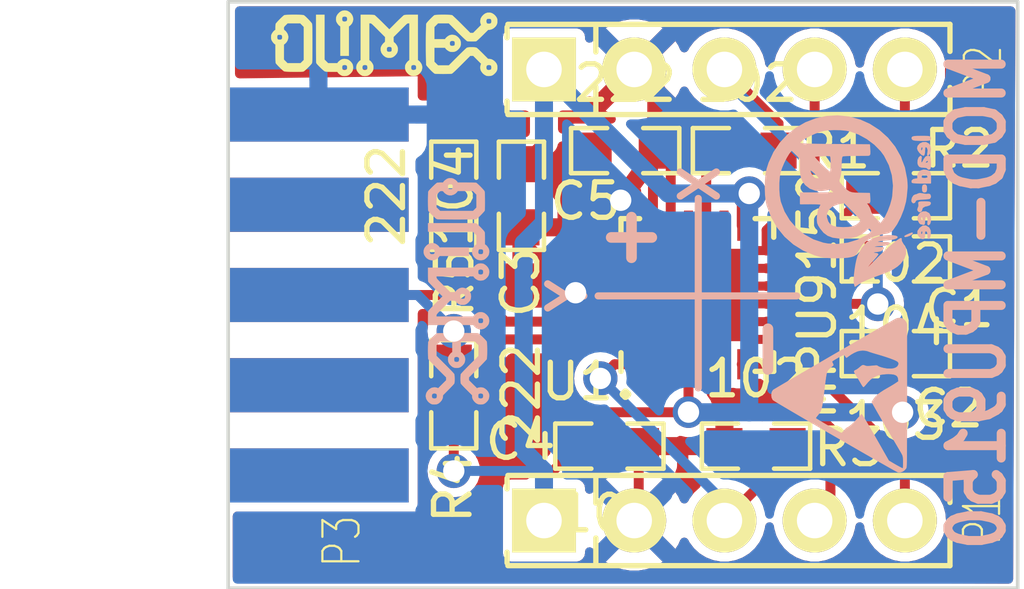
<source format=kicad_pcb>
(kicad_pcb (version 20221018) (generator pcbnew)
  (layers (0 "F.Cu" signal) (31 "B.Cu" signal) (34 "B.Paste" user) (35 "F.Paste" user) (36 "B.SilkS" user "B.Silkscreen") (37 "F.SilkS" user "F.Silkscreen") (38 "B.Mask" user) (39 "F.Mask" user) (44 "Edge.Cuts" user))
  (net 0 "")
  (net 1 "Net-(C1-Pad1)")
  (net 2 "GND")
  (net 3 "VDD")
  (net 4 "CLKIN")
  (net 5 "Net-(P3-Pad3)")
  (net 6 "Net-(P3-Pad4)")
  (net 7 "/SCL")
  (net 8 "/SDA")
  (net 9 "Net-(P3-Pad7)")
  (net 10 "Net-(P3-Pad8)")
  (net 11 "Net-(P3-Pad9)")
  (net 12 "Net-(P3-Pad10)")
  (net 13 "Net-(U1-Pad2)")
  (net 14 "Net-(U1-Pad4)")
  (net 15 "Net-(U1-Pad5)")
  (net 16 "Net-(U1-Pad14)")
  (net 17 "Net-(U1-Pad16)")
  (net 18 "Net-(U1-Pad19)")
  (net 19 "Net-(U1-Pad21)")
  (net 20 "Net-(U1-Pad22)")
  (net 21 "Net-(P1-Pad4)")
  (net 22 "AD0")
  (net 23 "Net-(P2-Pad4)")
  (net 24 "Net-(P2-Pad5)")
  (net 25 "Net-(C5-Pad2)")
  (net 26 "Net-(P1-Pad5)")
  (footprint "SIP5_Housing" (layer "F.Cu") (at 147.32 95.25)
    (fp_text reference "P1" (at 7.2644 -0.0254 90) (layer "F.SilkS") (effects (font (size 1.016 0.762) (thickness 0.0635))))
    (fp_text value "CONN_01X05" hide)
    (pad "1" thru_hole rect locked (at -5.08 0 90) (size 1.8 1.8) (drill 1) (layers "*.Cu" "*.Mask" "F.SilkS") (net 3 "VDD"))
    (pad "2" thru_hole circle locked (at -2.54 0 90) (size 1.8 1.8) (drill 1) (layers "*.Cu" "*.Mask" "F.SilkS") (net 2 "GND"))
    (pad "3" thru_hole circle locked (at 0 0 90) (size 1.8 1.8) (drill 1) (layers "*.Cu" "*.Mask" "F.SilkS") (net 4 "CLKIN"))
    (pad "4" thru_hole circle locked (at 2.54 0 90) (size 1.8 1.8) (drill 1) (layers "*.Cu" "*.Mask" "F.SilkS") (net 21 "Net-(P1-Pad4)"))
    (pad "5" thru_hole circle locked (at 5.08 0 90) (size 1.8 1.8) (drill 1) (layers "*.Cu" "*.Mask" "F.SilkS") (net 26 "Net-(P1-Pad5)"))
  )
  (footprint "sips:SIP5_Housing" (layer "F.Cu") (at 147.32 82.55)
    (fp_text reference "P2" (at 7.2898 0.0508 90) (layer "F.SilkS") (effects (font (size 1.016 0.762) (thickness 0.0635))))
    (fp_text value "CONN_01X05" hide)
    (pad "1" thru_hole rect locked (at -5.08 0 90) (size 1.8 1.8) (drill 1) (layers "*.Cu" "*.Mask" "F.SilkS") (net 3 "VDD"))
    (pad "2" thru_hole circle locked (at -2.54 0 90) (size 1.8 1.8) (drill 1) (layers "*.Cu" "*.Mask" "F.SilkS") (net 2 "GND"))
    (pad "3" thru_hole circle locked (at 0 0 90) (size 1.8 1.8) (drill 1) (layers "*.Cu" "*.Mask" "F.SilkS") (net 22 "AD0"))
    (pad "4" thru_hole circle locked (at 2.54 0 90) (size 1.8 1.8) (drill 1) (layers "*.Cu" "*.Mask" "F.SilkS") (net 23 "Net-(P2-Pad4)"))
    (pad "5" thru_hole circle locked (at 5.08 0 90) (size 1.8 1.8) (drill 1) (layers "*.Cu" "*.Mask" "F.SilkS") (net 24 "Net-(P2-Pad5)"))
  )
  (footprint "UEXTF" (layer "F.Cu") (at 130.81 88.9)
    (fp_text reference "P3" (at 5.7404 6.9342 90) (layer "F.SilkS") (effects (font (size 1.016 0.762) (thickness 0.0635))))
    (fp_text value "HE10-10")
    (pad "1" smd rect (at 5.08 -5.08) (size 5.08 1.524) (layers "F.Cu" "F.Mask") (net 3 "VDD"))
    (pad "2" smd rect (at 5.08 -5.08) (size 5.08 1.524) (layers "B.Cu" "B.Mask") (net 2 "GND"))
    (pad "3" smd rect (at 5.08 -2.54) (size 5.08 1.524) (layers "F.Cu" "F.Mask") (net 5 "Net-(P3-Pad3)"))
    (pad "4" smd rect (at 5.08 -2.54) (size 5.08 1.524) (layers "B.Cu" "B.Mask") (net 6 "Net-(P3-Pad4)"))
    (pad "5" smd rect (at 5.08 0) (size 5.08 1.524) (layers "F.Cu" "F.Mask") (net 7 "/SCL"))
    (pad "6" smd rect (at 5.08 0) (size 5.08 1.524) (layers "B.Cu" "B.Mask") (net 8 "/SDA"))
    (pad "7" smd rect (at 5.08 2.54) (size 5.08 1.524) (layers "F.Cu" "F.Mask") (net 9 "Net-(P3-Pad7)"))
    (pad "8" smd rect (at 5.08 2.54) (size 5.08 1.524) (layers "B.Cu" "B.Mask") (net 10 "Net-(P3-Pad8)"))
    (pad "9" smd rect (at 5.08 5.08) (size 5.08 1.524) (layers "F.Cu" "F.Mask") (net 11 "Net-(P3-Pad9)"))
    (pad "10" smd rect (at 5.08 5.08) (size 5.08 1.524) (layers "B.Cu" "B.Mask") (net 12 "Net-(P3-Pad10)"))
  )
  (footprint "kicad_wrk:LOGO_OLIMEX_80" (layer "F.Cu") (at 137.7442 81.8134)
    (fp_text reference "G***" hide)
    (fp_text value "LOGO" hide)
  )
  (footprint "kicad_wrk:C_0603" (layer "F.Cu") (at 152.146 87.884)
    (fp_text reference "C1" (at 1.778 1.397) (layer "F.SilkS"))
    (fp_text value "104" (at 0 1.9) (layer "F.SilkS"))
    (pad "1" smd rect (at -0.889 0) (size 1.016 1.016) (layers "F.Cu" "F.Paste" "F.Mask") (net 1 "Net-(C1-Pad1)"))
    (pad "2" smd rect (at 0.889 0) (size 1.016 1.016) (layers "F.Cu" "F.Paste" "F.Mask") (net 2 "GND"))
  )
  (footprint "kicad_wrk:C_0603" (layer "F.Cu") (at 152.146 90.551)
    (fp_text reference "C2" (at 1.4732 1.5494) (layer "F.SilkS"))
    (fp_text value "103" (at 0 1.9) (layer "F.SilkS"))
    (pad "1" smd rect (at -0.889 0) (size 1.016 1.016) (layers "F.Cu" "F.Paste" "F.Mask") (net 3 "VDD"))
    (pad "2" smd rect (at 0.889 0) (size 1.016 1.016) (layers "F.Cu" "F.Paste" "F.Mask") (net 2 "GND"))
  )
  (footprint "kicad_wrk:C_0603" (layer "F.Cu") (at 141.605 86.106 -90)
    (fp_text reference "C3" (at 2.4384 0.0254 270) (layer "F.SilkS"))
    (fp_text value "104" (at 0 1.9 270) (layer "F.SilkS"))
    (pad "1" smd rect (at -0.889 0 270) (size 1.016 1.016) (layers "F.Cu" "F.Paste" "F.Mask") (net 3 "VDD"))
    (pad "2" smd rect (at 0.889 0 270) (size 1.016 1.016) (layers "F.Cu" "F.Paste" "F.Mask") (net 2 "GND"))
  )
  (footprint "kicad_wrk:C_0603" (layer "F.Cu") (at 144.0815 93.1545)
    (fp_text reference "C4" (at -2.5019 -0.1397) (layer "F.SilkS"))
    (fp_text value "104" (at 0 1.9) (layer "F.SilkS"))
    (pad "1" smd rect (at -0.889 0) (size 1.016 1.016) (layers "F.Cu" "F.Paste" "F.Mask") (net 3 "VDD"))
    (pad "2" smd rect (at 0.889 0) (size 1.016 1.016) (layers "F.Cu" "F.Paste" "F.Mask") (net 2 "GND"))
  )
  (footprint "kicad_wrk:C_0603" (layer "F.Cu") (at 144.526 84.836 180)
    (fp_text reference "C5" (at 1.1176 -1.4224 180) (layer "F.SilkS"))
    (fp_text value "222" (at 0 1.9 180) (layer "F.SilkS"))
    (pad "1" smd rect (at -0.889 0 180) (size 1.016 1.016) (layers "F.Cu" "F.Paste" "F.Mask") (net 2 "GND"))
    (pad "2" smd rect (at 0.889 0 180) (size 1.016 1.016) (layers "F.Cu" "F.Paste" "F.Mask") (net 25 "Net-(C5-Pad2)"))
  )
  (footprint "kicad_wrk:R_0603" (layer "F.Cu") (at 147.955 84.836 180)
    (fp_text reference "R1" (at -2.4892 0.0254 180) (layer "F.SilkS"))
    (fp_text value "102" (at 0 1.9 180) (layer "F.SilkS"))
    (pad "1" smd rect (at -0.889 0 180) (size 1.016 1.016) (layers "F.Cu" "F.Paste" "F.Mask") (net 22 "AD0"))
    (pad "2" smd rect (at 0.889 0 180) (size 1.016 1.016) (layers "F.Cu" "F.Paste" "F.Mask") (net 2 "GND"))
  )
  (footprint "kicad_wrk:R_0603" (layer "F.Cu") (at 152.146 86.106)
    (fp_text reference "R2" (at 1.778 -1.3208) (layer "F.SilkS"))
    (fp_text value "102" (at 0 1.9) (layer "F.SilkS"))
    (pad "1" smd rect (at -0.889 0) (size 1.016 1.016) (layers "F.Cu" "F.Paste" "F.Mask") (net 24 "Net-(P2-Pad5)"))
    (pad "2" smd rect (at 0.889 0) (size 1.016 1.016) (layers "F.Cu" "F.Paste" "F.Mask") (net 2 "GND"))
  )
  (footprint "kicad_wrk:R_0603" (layer "F.Cu") (at 148.209 93.1545 180)
    (fp_text reference "R3" (at -2.6162 -0.0381 180) (layer "F.SilkS"))
    (fp_text value "102" (at 0 1.9 180) (layer "F.SilkS"))
    (pad "1" smd rect (at -0.889 0 180) (size 1.016 1.016) (layers "F.Cu" "F.Paste" "F.Mask") (net 4 "CLKIN"))
    (pad "2" smd rect (at 0.889 0 180) (size 1.016 1.016) (layers "F.Cu" "F.Paste" "F.Mask") (net 2 "GND"))
  )
  (footprint "kicad_wrk:R_0603" (layer "F.Cu") (at 139.7 91.694 90)
    (fp_text reference "R4" (at -2.6416 -0.0254 90) (layer "F.SilkS"))
    (fp_text value "222" (at 0 1.9 90) (layer "F.SilkS"))
    (pad "1" smd rect (at -0.889 0 90) (size 1.016 1.016) (layers "F.Cu" "F.Paste" "F.Mask") (net 3 "VDD"))
    (pad "2" smd rect (at 0.889 0 90) (size 1.016 1.016) (layers "F.Cu" "F.Paste" "F.Mask") (net 8 "/SDA"))
  )
  (footprint "kicad_wrk:R_0603" (layer "F.Cu") (at 139.7 86.106 -90)
    (fp_text reference "R5" (at 2.4384 -0.0254 270) (layer "F.SilkS"))
    (fp_text value "222" (at 0 1.9 270) (layer "F.SilkS"))
    (pad "1" smd rect (at -0.889 0 270) (size 1.016 1.016) (layers "F.Cu" "F.Paste" "F.Mask") (net 3 "VDD"))
    (pad "2" smd rect (at 0.889 0 270) (size 1.016 1.016) (layers "F.Cu" "F.Paste" "F.Mask") (net 7 "/SCL"))
  )
  (footprint "kicad_wrk:QFN-24-1EP_4x4mm_Pitch0.5mm" (layer "F.Cu") (at 146.558 88.9 90)
    (fp_text reference "U1" (at -2.4384 -3.3782 180) (layer "F.SilkS"))
    (fp_text value "MPU9150" (at 0 3.375 90) (layer "F.SilkS"))
    (fp_text user "." (at -2.794 -2.54 90) (layer "F.SilkS") (effects (font (size 1.27 1.27) (thickness 0.2032))))
    (pad "1" smd rect (at -1.95 -1.25 90) (size 0.85 0.254) (layers "F.Cu" "F.Paste" "F.Mask") (net 4 "CLKIN"))
    (pad "2" smd rect (at -1.95 -0.75 90) (size 0.85 0.254) (layers "F.Cu" "F.Paste" "F.Mask") (net 13 "Net-(U1-Pad2)"))
    (pad "3" smd rect (at -1.95 -0.25 90) (size 0.85 0.254) (layers "F.Cu" "F.Paste" "F.Mask") (net 3 "VDD"))
    (pad "4" smd rect (at -1.95 0.25 90) (size 0.85 0.254) (layers "F.Cu" "F.Paste" "F.Mask") (net 14 "Net-(U1-Pad4)"))
    (pad "5" smd rect (at -1.95 0.75 90) (size 0.85 0.254) (layers "F.Cu" "F.Paste" "F.Mask") (net 15 "Net-(U1-Pad5)"))
    (pad "6" smd rect (at -1.95 1.25 90) (size 0.85 0.254) (layers "F.Cu" "F.Paste" "F.Mask") (net 21 "Net-(P1-Pad4)"))
    (pad "7" smd rect (at -1.25 1.95 180) (size 0.85 0.254) (layers "F.Cu" "F.Paste" "F.Mask") (net 26 "Net-(P1-Pad5)"))
    (pad "8" smd rect (at -0.75 1.95 180) (size 0.85 0.254) (layers "F.Cu" "F.Paste" "F.Mask") (net 3 "VDD"))
    (pad "9" smd rect (at -0.25 1.95 180) (size 0.85 0.254) (layers "F.Cu" "F.Paste" "F.Mask") (net 22 "AD0"))
    (pad "10" smd rect (at 0.25 1.95 180) (size 0.85 0.254) (layers "F.Cu" "F.Paste" "F.Mask") (net 1 "Net-(C1-Pad1)"))
    (pad "11" smd rect (at 0.75 1.95 180) (size 0.85 0.254) (layers "F.Cu" "F.Paste" "F.Mask") (net 24 "Net-(P2-Pad5)"))
    (pad "12" smd rect (at 1.25 1.95 180) (size 0.85 0.254) (layers "F.Cu" "F.Paste" "F.Mask") (net 23 "Net-(P2-Pad4)"))
    (pad "13" smd rect (at 1.95 1.25 90) (size 0.85 0.254) (layers "F.Cu" "F.Paste" "F.Mask") (net 3 "VDD"))
    (pad "14" smd rect (at 1.95 0.75 90) (size 0.85 0.254) (layers "F.Cu" "F.Paste" "F.Mask") (net 16 "Net-(U1-Pad14)"))
    (pad "15" smd rect (at 1.95 0.25 90) (size 0.85 0.254) (layers "F.Cu" "F.Paste" "F.Mask") (net 2 "GND"))
    (pad "16" smd rect (at 1.95 -0.25 90) (size 0.85 0.254) (layers "F.Cu" "F.Paste" "F.Mask") (net 17 "Net-(U1-Pad16)"))
    (pad "17" smd rect (at 1.95 -0.75 90) (size 0.85 0.254) (layers "F.Cu" "F.Paste" "F.Mask") (net 2 "GND"))
    (pad "18" smd rect (at 1.95 -1.25 90) (size 0.85 0.254) (layers "F.Cu" "F.Paste" "F.Mask") (net 2 "GND"))
    (pad "19" smd rect (at 1.25 -1.95 180) (size 0.85 0.254) (layers "F.Cu" "F.Paste" "F.Mask") (net 18 "Net-(U1-Pad19)"))
    (pad "20" smd rect (at 0.75 -1.95 180) (size 0.85 0.254) (layers "F.Cu" "F.Paste" "F.Mask") (net 25 "Net-(C5-Pad2)"))
    (pad "21" smd rect (at 0.25 -1.95 180) (size 0.85 0.254) (layers "F.Cu" "F.Paste" "F.Mask") (net 19 "Net-(U1-Pad21)"))
    (pad "22" smd rect (at -0.25 -1.95 180) (size 0.85 0.254) (layers "F.Cu" "F.Paste" "F.Mask") (net 20 "Net-(U1-Pad22)"))
    (pad "23" smd rect (at -0.75 -1.95 180) (size 0.85 0.254) (layers "F.Cu" "F.Paste" "F.Mask") (net 7 "/SCL"))
    (pad "24" smd rect (at -1.25 -1.95 180) (size 0.85 0.254) (layers "F.Cu" "F.Paste" "F.Mask") (net 8 "/SDA"))
    (pad "25" smd rect (at -0.65 -0.65 90) (size 1.30048 1.30048) (layers "F.Cu" "F.Paste" "F.Mask") (net 2 "GND"))
    (pad "25" smd rect (at -0.65 0.65 90) (size 1.30048 1.30048) (layers "F.Cu" "F.Paste" "F.Mask") (net 2 "GND"))
    (pad "25" smd rect (at 0.65 -0.65 90) (size 1.30048 1.30048) (layers "F.Cu" "F.Paste" "F.Mask") (net 2 "GND"))
    (pad "25" smd rect (at 0.65 0.65 90) (size 1.30048 1.30048) (layers "F.Cu" "F.Paste" "F.Mask") (net 2 "GND"))
  )
  (footprint "kicad_wrk:LOGO_STATIC_150" (layer "B.Cu") (at 150.5458 91.7194 -90)
    (fp_text reference "G***" hide)
    (fp_text value "LOGO" hide)
  )
  (footprint "kicad_wrk:LOGO_PBFREE_33" (layer "B.Cu") (at 150.7744 86.0552 -90)
    (fp_text reference "G***" hide)
    (fp_text value "LOGO" hide)
  )
  (footprint "kicad_wrk:LOGO_OLIMEX_80" (layer "B.Cu") (at 139.7762 88.7984 -90)
    (fp_text reference "G***" hide)
    (fp_text value "LOGO" hide)
  )
  (gr_line (start 146.5834 91.5162) (end 146.5834 86.1822) (stroke (width 0.2)) (layer "B.SilkS"))
  (gr_line (start 143.764 88.9254) (end 149.352 88.9254) (stroke (width 0.2)) (layer "B.SilkS"))
  (gr_line (start 154.305 97.155) (end 133.35 97.155) (stroke (width 0.1)) (layer "Edge.Cuts"))
  (gr_line (start 155.575 80.645) (end 155.575 97.155) (stroke (width 0.1)) (layer "Edge.Cuts"))
  (gr_line (start 154.305 97.155) (end 155.575 97.155) (stroke (width 0.1)) (layer "Edge.Cuts"))
  (gr_line (start 133.35 97.155) (end 133.35 80.645) (stroke (width 0.1)) (layer "Edge.Cuts"))
  (gr_line (start 154.305 80.645) (end 155.575 80.645) (stroke (width 0.1)) (layer "Edge.Cuts"))
  (gr_line (start 133.35 80.645) (end 154.305 80.645) (stroke (width 0.1)) (layer "Edge.Cuts"))
  (gr_text "X" (at 146.6342 85.7758 90) (layer "B.SilkS") (effects (font (size 1.016 1.016) (thickness 0.2032)) (justify mirror)))
  (gr_text "+" (at 144.7038 87.1728) (layer "B.SilkS") (effects (font (size 1.5 1.5) (thickness 0.3)) (justify mirror)))
  (gr_text "MOD-MPU9150" (at 154.432 89.0778 90) (layer "B.SilkS") (effects (font (size 1.5 1.2192) (thickness 0.254)) (justify mirror)))
  (gr_text "-" (at 148.4376 90.424 90) (layer "B.SilkS") (effects (font (size 1.5 1.5) (thickness 0.3)) (justify mirror)))
  (gr_text "Y" (at 142.9004 88.9254 90) (layer "B.SilkS") (effects (font (size 1.016 1.016) (thickness 0.2032)) (justify mirror)))
  (segment (start 149.729 88.65) (end 150.495 87.884) (width 0.2794) (layer "F.Cu") (net 1))
  (segment (start 150.495 87.884) (end 151.257 87.884) (width 0.2794) (layer "F.Cu") (net 1))
  (segment (start 148.508 88.65) (end 149.729 88.65) (width 0.2794) (layer "F.Cu") (net 1))
  (segment (start 145.415 83.185) (end 144.78 82.55) (width 0.5334) (layer "F.Cu") (net 2))
  (segment (start 145.308 84.943) (end 145.415 84.836) (width 0.2794) (layer "F.Cu") (net 2))
  (segment (start 145.808 85.229) (end 145.415 84.836) (width 0.2794) (layer "F.Cu") (net 2))
  (segment (start 146.808 85.094) (end 147.066 84.836) (width 0.2794) (layer "F.Cu") (net 2))
  (segment (start 144.907 95.123) (end 144.78 95.25) (width 0.2794) (layer "F.Cu") (net 2))
  (segment (start 144.78 82.55) (end 146.177 81.153) (width 0.508) (layer "F.Cu") (net 2))
  (segment (start 146.177 81.153) (end 153.416 81.153) (width 0.2794) (layer "F.Cu") (net 2))
  (segment (start 153.416 81.153) (end 153.67 81.407) (width 0.2794) (layer "F.Cu") (net 2))
  (segment (start 153.67 81.407) (end 153.67 85.471) (width 0.2794) (layer "F.Cu") (net 2))
  (segment (start 153.67 85.471) (end 153.035 86.106) (width 0.2794) (layer "F.Cu") (net 2))
  (segment (start 141.605 87.3125) (end 143.129 88.8365) (width 0.2794) (layer "F.Cu") (net 2))
  (segment (start 145.415 84.836) (end 144.399 86.233) (width 0.508) (layer "F.Cu") (net 2))
  (segment (start 144.399 86.233) (end 144.399 86.233) (width 0.2794) (layer "F.Cu") (net 2))
  (segment (start 145.808 88.15) (end 145.908 88.25) (width 0.2286) (layer "F.Cu") (net 2))
  (segment (start 146.808 87.85) (end 147.208 88.25) (width 0.2286) (layer "F.Cu") (net 2))
  (segment (start 147.208 89.55) (end 145.908 89.55) (width 0.2286) (layer "F.Cu") (net 2))
  (segment (start 145.415 84.836) (end 145.415 84.836) (width 0.2794) (layer "F.Cu") (net 2))
  (segment (start 147.2565 93.218) (end 144.907 93.218) (width 0.2794) (layer "F.Cu") (net 2))
  (segment (start 145.808 86.95) (end 145.808 85.229) (width 0.2794) (layer "F.Cu") (net 2))
  (segment (start 144.78 82.55) (end 144.78 82.55) (width 0.2794) (layer "F.Cu") (net 2))
  (segment (start 145.308 86.95) (end 145.808 86.95) (width 0.2286) (layer "F.Cu") (net 2))
  (segment (start 153.035 86.106) (end 153.035 87.884) (width 0.2794) (layer "F.Cu") (net 2))
  (segment (start 145.308 86.95) (end 145.308 84.943) (width 0.2794) (layer "F.Cu") (net 2))
  (segment (start 145.415 84.836) (end 146.939 84.836) (width 0.5334) (layer "F.Cu") (net 2))
  (segment (start 146.808 86.95) (end 146.808 85.094) (width 0.2794) (layer "F.Cu") (net 2))
  (segment (start 146.808 86.95) (end 146.808 87.85) (width 0.2286) (layer "F.Cu") (net 2))
  (segment (start 141.605 86.995) (end 141.605 87.3125) (width 0.2794) (layer "F.Cu") (net 2))
  (segment (start 145.415 84.836) (end 145.415 83.185) (width 0.5334) (layer "F.Cu") (net 2))
  (segment (start 153.035 87.884) (end 153.035 90.551) (width 0.2794) (layer "F.Cu") (net 2))
  (segment (start 145.908 88.25) (end 145.908 89.55) (width 0.2286) (layer "F.Cu") (net 2))
  (segment (start 145.808 86.95) (end 145.808 88.15) (width 0.2286) (layer "F.Cu") (net 2))
  (segment (start 144.907 93.218) (end 144.907 95.123) (width 0.2794) (layer "F.Cu") (net 2))
  (via (at 143.129 88.8365) (size 0.889) (drill 0.599999) (layers "F.Cu" "B.Cu") (net 2))
  (via (at 144.399 86.233) (size 0.9652) (drill 0.599999) (layers "F.Cu" "B.Cu") (net 2))
  (segment (start 144.78 82.55) (end 143.383 81.153) (width 0.508) (layer "B.Cu") (net 2))
  (segment (start 143.383 81.153) (end 135.89 81.153) (width 0.2794) (layer "B.Cu") (net 2))
  (segment (start 135.89 81.153) (end 135.89 83.82) (width 0.508) (layer "B.Cu") (net 2))
  (segment (start 143.129 88.8365) (end 142.9385 89.027) (width 0.2794) (layer "B.Cu") (net 2))
  (segment (start 142.9385 89.027) (end 142.9385 93.4085) (width 0.2794) (layer "B.Cu") (net 2))
  (segment (start 142.9385 93.4085) (end 144.78 95.25) (width 0.508) (layer "B.Cu") (net 2))
  (segment (start 144.399 86.233) (end 143.129 87.503) (width 0.2794) (layer "B.Cu") (net 2))
  (segment (start 143.129 87.503) (end 143.129 88.8365) (width 0.2794) (layer "B.Cu") (net 2))
  (segment (start 139.573 83.82) (end 139.6365 83.8835) (width 0.508) (layer "B.Cu") (net 2))
  (segment (start 144.8435 95.25) (end 145.6055 94.488) (width 0.508) (layer "B.Cu") (net 2))
  (segment (start 144.78 95.25) (end 145.669 96.139) (width 0.508) (layer "B.Cu") (net 2))
  (segment (start 144.78 95.25) (end 144.8435 95.25) (width 0.508) (layer "B.Cu") (net 2))
  (segment (start 135.89 83.82) (end 139.573 83.82) (width 0.508) (layer "B.Cu") (net 2))
  (segment (start 144.78 82.55) (end 144.78 82.55) (width 0.2794) (layer "B.Cu") (net 2))
  (segment (start 144.78 95.25) (end 143.637 96.393) (width 0.508) (layer "B.Cu") (net 2))
  (segment (start 149.467 89.65) (end 150.368 90.551) (width 0.2794) (layer "F.Cu") (net 3))
  (segment (start 150.368 90.551) (end 151.257 90.551) (width 0.2794) (layer "F.Cu") (net 3))
  (segment (start 142.24 84.582) (end 141.605 85.217) (width 0.2794) (layer "F.Cu") (net 3))
  (segment (start 139.7 83.82) (end 135.89 83.82) (width 0.2794) (layer "F.Cu") (net 3))
  (segment (start 139.7 93.853) (end 139.7 92.583) (width 0.2794) (layer "F.Cu") (net 3))
  (segment (start 142.24 94.107) (end 143.129 93.218) (width 0.2794) (layer "F.Cu") (net 3))
  (segment (start 143.129 92.583) (end 143.51 92.202) (width 0.2794) (layer "F.Cu") (net 3))
  (segment (start 143.51 92.202) (end 146.304 92.202) (width 0.2794) (layer "F.Cu") (net 3))
  (segment (start 146.304 92.202) (end 146.308 92.198) (width 0.2794) (layer "F.Cu") (net 3))
  (segment (start 152.3365 92.202) (end 151.257 91.1225) (width 0.2794) (layer "F.Cu") (net 3))
  (segment (start 151.257 91.1225) (end 151.257 90.551) (width 0.2794) (layer "F.Cu") (net 3))
  (segment (start 147.808 86.253) (end 148.0185 86.0425) (width 0.2794) (layer "F.Cu") (net 3))
  (segment (start 142.24 95.25) (end 142.24 94.107) (width 0.2794) (layer "F.Cu") (net 3))
  (segment (start 142.24 82.55) (end 142.24 84.582) (width 0.2794) (layer "F.Cu") (net 3))
  (segment (start 139.7 85.217) (end 139.7 83.82) (width 0.2794) (layer "F.Cu") (net 3))
  (segment (start 148.508 89.65) (end 149.467 89.65) (width 0.2794) (layer "F.Cu") (net 3))
  (segment (start 141.605 85.217) (end 139.7 85.217) (width 0.2794) (layer "F.Cu") (net 3))
  (segment (start 147.808 86.95) (end 147.808 86.253) (width 0.2794) (layer "F.Cu") (net 3))
  (segment (start 143.129 93.218) (end 143.129 92.583) (width 0.2794) (layer "F.Cu") (net 3))
  (segment (start 146.308 90.85) (end 146.308 92.198) (width 0.2794) (layer "F.Cu") (net 3))
  (via (at 139.7 93.853) (size 0.9652) (drill 0.599999) (layers "F.Cu" "B.Cu") (net 3))
  (via (at 148.0185 86.0425) (size 0.9652) (drill 0.599999) (layers "F.Cu" "B.Cu") (net 3))
  (via (at 152.3365 92.202) (size 0.9652) (drill 0.599999) (layers "F.Cu" "B.Cu") (net 3))
  (via (at 146.308 92.198) (size 0.889) (drill 0.599999) (layers "F.Cu" "B.Cu") (net 3))
  (segment (start 142.24 93.853) (end 139.7 93.853) (width 0.2794) (layer "B.Cu") (net 3))
  (segment (start 146.308 92.198) (end 146.312 92.202) (width 0.2794) (layer "B.Cu") (net 3))
  (segment (start 146.312 92.202) (end 148.0185 92.202) (width 0.508) (layer "B.Cu") (net 3))
  (segment (start 148.0185 86.0425) (end 148.0185 92.202) (width 0.508) (layer "B.Cu") (net 3))
  (segment (start 148.0185 92.202) (end 148.0185 92.075) (width 0.2794) (layer "B.Cu") (net 3))
  (segment (start 148.0185 92.075) (end 148.0185 92.202) (width 0.2794) (layer "B.Cu") (net 3))
  (segment (start 148.0185 92.202) (end 152.3365 92.202) (width 0.508) (layer "B.Cu") (net 3))
  (segment (start 142.24 86.868) (end 141.6685 87.4395) (width 0.508) (layer "B.Cu") (net 3))
  (segment (start 141.6685 87.4395) (end 141.6685 93.2815) (width 0.508) (layer "B.Cu") (net 3))
  (segment (start 141.6685 93.2815) (end 142.24 93.853) (width 0.508) (layer "B.Cu") (net 3))
  (segment (start 142.24 93.853) (end 142.24 95.25) (width 0.508) (layer "B.Cu") (net 3))
  (segment (start 145.7325 86.0425) (end 142.24 82.55) (width 0.508) (layer "B.Cu") (net 3))
  (segment (start 142.24 95.25) (end 142.24 93.853) (width 0.2794) (layer "B.Cu") (net 3))
  (segment (start 142.24 82.55) (end 142.24 86.868) (width 0.508) (layer "B.Cu") (net 3))
  (segment (start 148.0185 86.0425) (end 145.7325 86.0425) (width 0.508) (layer "B.Cu") (net 3))
  (segment (start 149.0345 93.5355) (end 147.32 95.25) (width 0.2794) (layer "F.Cu") (net 4))
  (segment (start 144.227 90.85) (end 143.8275 91.2495) (width 0.2794) (layer "F.Cu") (net 4))
  (segment (start 145.308 90.85) (end 144.227 90.85) (width 0.2794) (layer "F.Cu") (net 4))
  (segment (start 149.0345 93.218) (end 149.0345 93.5355) (width 0.2794) (layer "F.Cu") (net 4))
  (via (at 143.8275 91.2495) (size 0.9652) (drill 0.599999) (layers "F.Cu" "B.Cu") (net 4))
  (segment (start 143.8275 91.2495) (end 147.32 94.742) (width 0.2794) (layer "B.Cu") (net 4))
  (segment (start 147.32 94.742) (end 147.32 95.25) (width 0.2794) (layer "B.Cu") (net 4))
  (segment (start 141.1485 89.65) (end 140.3985 88.9) (width 0.2794) (layer "F.Cu") (net 7))
  (segment (start 140.3985 88.9) (end 139.7 88.9) (width 0.2794) (layer "F.Cu") (net 7))
  (segment (start 139.7 88.9) (end 135.89 88.9) (width 0.2794) (layer "F.Cu") (net 7))
  (segment (start 139.7 88.9) (end 139.7 86.995) (width 0.2794) (layer "F.Cu") (net 7))
  (segment (start 144.608 89.65) (end 141.1485 89.65) (width 0.2794) (layer "F.Cu") (net 7))
  (segment (start 141.117 90.15) (end 140.462 90.805) (width 0.2794) (layer "F.Cu") (net 8))
  (segment (start 140.462 90.805) (end 139.7 90.805) (width 0.2794) (layer "F.Cu") (net 8))
  (segment (start 144.608 90.15) (end 141.117 90.15) (width 0.2794) (layer "F.Cu") (net 8))
  (segment (start 139.7 90.805) (end 139.7 89.916) (width 0.2794) (layer "F.Cu") (net 8))
  (via (at 139.7 89.916) (size 0.9652) (drill 0.599999) (layers "F.Cu" "B.Cu") (net 8))
  (segment (start 139.7 89.916) (end 138.684 88.9) (width 0.2794) (layer "B.Cu") (net 8))
  (segment (start 138.684 88.9) (end 135.89 88.9) (width 0.2794) (layer "B.Cu") (net 8))
  (segment (start 148.508 90.85) (end 150.3045 92.6465) (width 0.2794) (layer "F.Cu") (net 21))
  (segment (start 150.3045 92.6465) (end 150.3045 94.4245) (width 0.2794) (layer "F.Cu") (net 21))
  (segment (start 150.3045 94.8055) (end 149.86 95.25) (width 0.2794) (layer "F.Cu") (net 21))
  (segment (start 148.508 90.85) (end 147.808 90.85) (width 0.2794) (layer "F.Cu") (net 21))
  (segment (start 150.3045 94.8055) (end 150.3045 94.4245) (width 0.2794) (layer "F.Cu") (net 21))
  (segment (start 151.634 89.15) (end 151.638 89.154) (width 0.2794) (layer "F.Cu") (net 22))
  (segment (start 148.844 84.074) (end 147.32 82.55) (width 0.2794) (layer "F.Cu") (net 22))
  (segment (start 148.508 89.15) (end 151.634 89.15) (width 0.2794) (layer "F.Cu") (net 22))
  (segment (start 148.844 84.836) (end 148.844 84.074) (width 0.2794) (layer "F.Cu") (net 22))
  (via (at 151.638 89.154) (size 0.9652) (drill 0.599999) (layers "F.Cu" "B.Cu") (net 22))
  (segment (start 151.638 89.154) (end 151.638 87.122) (width 0.2794) (layer "B.Cu") (net 22))
  (segment (start 151.638 87.122) (end 147.32 82.804) (width 0.2794) (layer "B.Cu") (net 22))
  (segment (start 147.32 82.804) (end 147.32 82.55) (width 0.2794) (layer "B.Cu") (net 22))
  (segment (start 148.508 87.077) (end 149.86 85.725) (width 0.2794) (layer "F.Cu") (net 23))
  (segment (start 149.86 85.725) (end 149.86 82.55) (width 0.2794) (layer "F.Cu") (net 23))
  (segment (start 148.508 87.65) (end 148.508 87.077) (width 0.2794) (layer "F.Cu") (net 23))
  (segment (start 149.34 88.15) (end 150.114 87.376) (width 0.2794) (layer "F.Cu") (net 24))
  (segment (start 150.114 87.376) (end 150.114 87.249) (width 0.2794) (layer "F.Cu") (net 24))
  (segment (start 150.114 87.249) (end 151.257 86.106) (width 0.2794) (layer "F.Cu") (net 24))
  (segment (start 151.257 84.963) (end 152.4 83.82) (width 0.2794) (layer "F.Cu") (net 24))
  (segment (start 152.4 83.82) (end 152.4 82.55) (width 0.2794) (layer "F.Cu") (net 24))
  (segment (start 148.508 88.15) (end 149.34 88.15) (width 0.2794) (layer "F.Cu") (net 24))
  (segment (start 151.257 86.106) (end 151.257 84.963) (width 0.2794) (layer "F.Cu") (net 24))
  (segment (start 143.649 88.15) (end 143.383 87.884) (width 0.2794) (layer "F.Cu") (net 25))
  (segment (start 143.383 87.884) (end 143.383 85.09) (width 0.2794) (layer "F.Cu") (net 25))
  (segment (start 143.383 85.09) (end 143.637 84.836) (width 0.2794) (layer "F.Cu") (net 25))
  (segment (start 144.608 88.15) (end 143.649 88.15) (width 0.2794) (layer "F.Cu") (net 25))
  (segment (start 148.951 90.15) (end 152.4 93.599) (width 0.2794) (layer "F.Cu") (net 26))
  (segment (start 152.4 95.25) (end 152.4 93.599) (width 0.2794) (layer "F.Cu") (net 26))
  (segment (start 148.951 90.15) (end 148.508 90.15) (width 0.2794) (layer "F.Cu") (net 26))
  (zone (net 2) (net_name "GND") (layer "F.Cu") (connect_pads (clearance 0.254)) (min_thickness 0.254) (fill yes (thermal_gap 0.508) (thermal_bridge_width 0.508))
    (polygon (pts (xy 133.5405 80.772) (xy 155.5115 80.772) (xy 155.448 97.028) (xy 133.477 96.9645) (xy 133.477 94.996) (xy 138.684 94.996) (xy 138.684 82.7405) (xy 133.5405 82.804)))
  )
  (zone (net 2) (net_name "GND") (layer "B.Cu") (connect_pads (clearance 0.254)) (min_thickness 0.254) (fill yes (thermal_gap 0.508) (thermal_bridge_width 0.508))
    (polygon (pts (xy 133.5405 80.772) (xy 155.5115 80.772) (xy 155.448 97.028) (xy 133.477 97.028) (xy 133.477 94.996) (xy 138.6205 94.996) (xy 138.6205 82.8675) (xy 133.5405 82.8675)))
  )
)
</source>
